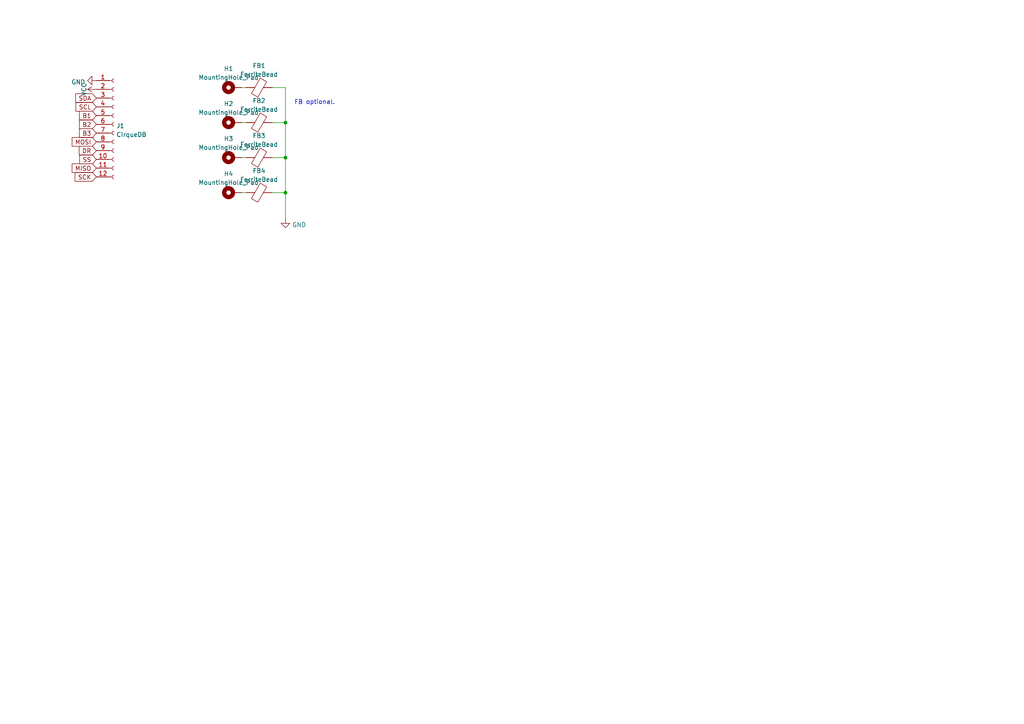
<source format=kicad_sch>
(kicad_sch (version 20211123) (generator eeschema)
  (paper "A4")
  (lib_symbols
    (symbol "Connector:Conn_01x12_Female" (pin_names (offset 1.016) hide)
      (property "Reference" "J" (at 0 15.24 0))
      (property "Value" "Conn_01x12_Female" (at 0 -17.78 0))
      (symbol "Conn_01x12_Female_1_1"
        (arc (start 0 -14.732) (mid -0.508 -15.24) (end 0 -15.748) (stroke (width 0.1524)))
        (arc (start 0 -12.192) (mid -0.508 -12.7) (end 0 -13.208) (stroke (width 0.1524)))
        (arc (start 0 -9.652) (mid -0.508 -10.16) (end 0 -10.668) (stroke (width 0.1524)))
        (arc (start 0 -7.112) (mid -0.508 -7.62) (end 0 -8.128) (stroke (width 0.1524)))
        (arc (start 0 -4.572) (mid -0.508 -5.08) (end 0 -5.588) (stroke (width 0.1524)))
        (arc (start 0 -2.032) (mid -0.508 -2.54) (end 0 -3.048) (stroke (width 0.1524)))
        (polyline (pts (xy -1.27 -15.24) (xy -0.508 -15.24)) (stroke (width 0.1524)))
        (polyline (pts (xy -1.27 -12.7) (xy -0.508 -12.7)) (stroke (width 0.1524)))
        (polyline (pts (xy -1.27 -10.16) (xy -0.508 -10.16)) (stroke (width 0.1524)))
        (polyline (pts (xy -1.27 -7.62) (xy -0.508 -7.62)) (stroke (width 0.1524)))
        (polyline (pts (xy -1.27 -5.08) (xy -0.508 -5.08)) (stroke (width 0.1524)))
        (polyline (pts (xy -1.27 -2.54) (xy -0.508 -2.54)) (stroke (width 0.1524)))
        (polyline (pts (xy -1.27 0) (xy -0.508 0)) (stroke (width 0.1524)))
        (polyline (pts (xy -1.27 2.54) (xy -0.508 2.54)) (stroke (width 0.1524)))
        (polyline (pts (xy -1.27 5.08) (xy -0.508 5.08)) (stroke (width 0.1524)))
        (polyline (pts (xy -1.27 7.62) (xy -0.508 7.62)) (stroke (width 0.1524)))
        (polyline (pts (xy -1.27 10.16) (xy -0.508 10.16)) (stroke (width 0.1524)))
        (polyline (pts (xy -1.27 12.7) (xy -0.508 12.7)) (stroke (width 0.1524)))
        (arc (start 0 0.508) (mid -0.508 0) (end 0 -0.508) (stroke (width 0.1524)))
        (arc (start 0 3.048) (mid -0.508 2.54) (end 0 2.032) (stroke (width 0.1524)))
        (arc (start 0 5.588) (mid -0.508 5.08) (end 0 4.572) (stroke (width 0.1524)))
        (arc (start 0 8.128) (mid -0.508 7.62) (end 0 7.112) (stroke (width 0.1524)))
        (arc (start 0 10.668) (mid -0.508 10.16) (end 0 9.652) (stroke (width 0.1524)))
        (arc (start 0 13.208) (mid -0.508 12.7) (end 0 12.192) (stroke (width 0.1524)))
        (pin passive line (at -5.08 12.7 0) (length 3.81) (name "Pin_1") (number "1"))
        (pin passive line (at -5.08 -10.16 0) (length 3.81) (name "Pin_10") (number "10"))
        (pin passive line (at -5.08 -12.7 0) (length 3.81) (name "Pin_11") (number "11"))
        (pin passive line (at -5.08 -15.24 0) (length 3.81) (name "Pin_12") (number "12"))
        (pin passive line (at -5.08 10.16 0) (length 3.81) (name "Pin_2") (number "2"))
        (pin passive line (at -5.08 7.62 0) (length 3.81) (name "Pin_3") (number "3"))
        (pin passive line (at -5.08 5.08 0) (length 3.81) (name "Pin_4") (number "4"))
        (pin passive line (at -5.08 2.54 0) (length 3.81) (name "Pin_5") (number "5"))
        (pin passive line (at -5.08 0 0) (length 3.81) (name "Pin_6") (number "6"))
        (pin passive line (at -5.08 -2.54 0) (length 3.81) (name "Pin_7") (number "7"))
        (pin passive line (at -5.08 -5.08 0) (length 3.81) (name "Pin_8") (number "8"))
        (pin passive line (at -5.08 -7.62 0) (length 3.81) (name "Pin_9") (number "9"))
      )
    )
    (symbol "Device:FerriteBead" (pin_numbers hide) (pin_names (offset 0))
      (property "Reference" "FB" (at -3.81 0.635 90))
      (property "Value" "FerriteBead" (at 3.81 0 90))
      (symbol "FerriteBead_0_1"
        (polyline (pts (xy 0 -1.27) (xy 0 -1.2192)))
        (polyline (pts (xy 0 1.27) (xy 0 1.2954)))
        (polyline (pts (xy -2.7686 0.4064) (xy -1.7018 2.2606) (xy 2.7686 -0.3048) (xy 1.6764 -2.159) (xy -2.7686 0.4064)))
      )
      (symbol "FerriteBead_1_1"
        (pin passive line (at 0 3.81 270) (length 2.54) (name "~") (number "1"))
        (pin passive line (at 0 -3.81 90) (length 2.54) (name "~") (number "2"))
      )
    )
    (symbol "Mechanical:MountingHole_Pad" (pin_numbers hide) (pin_names (offset 1.016) hide)
      (property "Reference" "H" (at 0 6.35 0))
      (property "Value" "MountingHole_Pad" (at 0 4.445 0))
      (symbol "MountingHole_Pad_0_1"
        (circle (center 0 1.27) (radius 1.27) (stroke (width 1.27)))
      )
      (symbol "MountingHole_Pad_1_1"
        (pin input line (at 0 -2.54 90) (length 2.54) (name "1") (number "1"))
      )
    )
    (symbol "power:GND" (power) (pin_names (offset 0))
      (property "Value" "GND" (at 0 -3.81 0))
      (symbol "GND_0_1"
        (polyline (pts (xy 0 0) (xy 0 -1.27) (xy 1.27 -1.27) (xy 0 -2.54) (xy -1.27 -1.27) (xy 0 -1.27)))
      )
      (symbol "GND_1_1"
        (pin power_in line (at 0 0 270) (length 0) hide (name "GND") (number "1"))
      )
    )
    (symbol "power:VCC" (power) (pin_names (offset 0))
      (property "Value" "VCC" (at 0 3.81 0))
      (symbol "VCC_0_1"
        (polyline (pts (xy -0.762 1.27) (xy 0 2.54)))
        (polyline (pts (xy 0 0) (xy 0 2.54)))
        (polyline (pts (xy 0 2.54) (xy 0.762 1.27)))
      )
      (symbol "VCC_1_1"
        (pin power_in line (at 0 0 90) (length 0) hide (name "VCC") (number "1"))
      )
    )
  )
  (junction (at 82.804 55.88))
  (junction (at 82.804 35.56))
  (junction (at 82.804 45.72))
  (wire (pts (xy 70.104 45.72) (xy 71.374 45.72)))
  (wire (pts (xy 70.104 55.88) (xy 71.374 55.88)))
  (wire (pts (xy 82.804 35.56) (xy 82.804 45.72)))
  (wire (pts (xy 82.804 25.4) (xy 82.804 35.56)))
  (wire (pts (xy 78.994 25.4) (xy 82.804 25.4)))
  (wire (pts (xy 82.804 45.72) (xy 82.804 55.88)))
  (wire (pts (xy 78.994 55.88) (xy 82.804 55.88)))
  (wire (pts (xy 82.804 55.88) (xy 82.804 63.5)))
  (wire (pts (xy 70.104 35.56) (xy 71.374 35.56)))
  (wire (pts (xy 70.104 25.4) (xy 71.374 25.4)))
  (wire (pts (xy 78.994 45.72) (xy 82.804 45.72)))
  (wire (pts (xy 78.994 35.56) (xy 82.804 35.56)))
  (text "FB optional." (at 85.344 30.48 0) (effects (font (size 1.27 1.27)) (justify left bottom)))
  (global_label "B1" (shape input) (at 27.94 33.528 180) (property "Intersheet References" "${INTERSHEET_REFS}" (effects hide)))
  (global_label "MOSI" (shape input) (at 27.94 41.148 180) (property "Intersheet References" "${INTERSHEET_REFS}" (effects hide)))
  (global_label "DR" (shape input) (at 27.94 43.688 180) (property "Intersheet References" "${INTERSHEET_REFS}" (effects hide)))
  (global_label "B3" (shape input) (at 27.94 38.608 180) (property "Intersheet References" "${INTERSHEET_REFS}" (effects hide)))
  (global_label "MISO" (shape input) (at 27.94 48.768 180) (property "Intersheet References" "${INTERSHEET_REFS}" (effects hide)))
  (global_label "B2" (shape input) (at 27.94 36.068 180) (property "Intersheet References" "${INTERSHEET_REFS}" (effects hide)))
  (global_label "SDA" (shape input) (at 27.94 28.448 180) (property "Intersheet References" "${INTERSHEET_REFS}" (effects hide)))
  (global_label "SCL" (shape input) (at 27.94 30.988 180) (property "Intersheet References" "${INTERSHEET_REFS}" (effects hide)))
  (global_label "SS" (shape input) (at 27.94 46.228 180) (property "Intersheet References" "${INTERSHEET_REFS}" (effects hide)))
  (global_label "SCK" (shape input) (at 27.94 51.308 180) (property "Intersheet References" "${INTERSHEET_REFS}" (effects hide)))
  (symbol (lib_id "Connector:Conn_01x12_Female") (at 33.02 36.068 0) (unit 1)
    (property "Reference" "J1" (at 33.7312 36.5033 0) (effects (justify left)))
    (property "Value" "CirqueDB" (at 33.7312 39.0402 0) (effects (justify left)))
    (property "Footprint" "prettylib:CirqueDB-BK" (effects hide))
  )
  (symbol (lib_id "Mechanical:MountingHole_Pad") (at 67.564 45.72 90) (unit 1)
    (property "Reference" "H3" (at 66.294 40.2422 90))
    (property "Value" "MountingHole_Pad" (at 66.294 42.7791 90))
    (property "Footprint" "MountingHole:MountingHole_3.2mm_M3_DIN965_Pad" (effects hide))
  )
  (symbol (lib_id "power:GND") (at 27.94 23.368 270) (unit 1)
    (property "Reference" "#PWR0104" (effects hide))
    (property "Value" "GND" (at 24.7651 23.8018 90) (effects (justify right)))
  )
  (symbol (lib_id "Mechanical:MountingHole_Pad") (at 67.564 25.4 90) (unit 1)
    (property "Reference" "H1" (at 66.294 19.9222 90))
    (property "Value" "MountingHole_Pad" (at 66.294 22.4591 90))
    (property "Footprint" "MountingHole:MountingHole_3.2mm_M3_DIN965_Pad" (effects hide))
  )
  (symbol (lib_id "Mechanical:MountingHole_Pad") (at 67.564 55.88 90) (unit 1)
    (property "Reference" "H4" (at 66.294 50.4022 90))
    (property "Value" "MountingHole_Pad" (at 66.294 52.9391 90))
    (property "Footprint" "MountingHole:MountingHole_3.2mm_M3_DIN965_Pad" (effects hide))
  )
  (symbol (lib_id "Device:FerriteBead") (at 75.184 35.56 90) (unit 1)
    (property "Reference" "FB2" (at 75.1332 29.2186 90))
    (property "Value" "FerriteBead" (at 75.1332 31.7555 90))
    (property "Footprint" "Inductor_SMD:L_0805_2012Metric_Pad1.15x1.40mm_HandSolder" (effects hide))
  )
  (symbol (lib_id "Device:FerriteBead") (at 75.184 45.72 90) (unit 1)
    (property "Reference" "FB3" (at 75.1332 39.3786 90))
    (property "Value" "FerriteBead" (at 75.1332 41.9155 90))
    (property "Footprint" "Inductor_SMD:L_0805_2012Metric_Pad1.15x1.40mm_HandSolder" (effects hide))
  )
  (symbol (lib_id "power:GND") (at 82.804 63.5 0) (unit 1)
    (property "Reference" "#PWR0107" (effects hide))
    (property "Value" "GND" (at 84.709 65.2038 0) (effects (justify left)))
  )
  (symbol (lib_id "Device:FerriteBead") (at 75.184 55.88 90) (unit 1)
    (property "Reference" "FB4" (at 75.1332 49.5386 90))
    (property "Value" "FerriteBead" (at 75.1332 52.0755 90))
    (property "Footprint" "Inductor_SMD:L_0805_2012Metric_Pad1.15x1.40mm_HandSolder" (effects hide))
  )
  (symbol (lib_id "Device:FerriteBead") (at 75.184 25.4 90) (unit 1)
    (property "Reference" "FB1" (at 75.1332 19.0586 90))
    (property "Value" "FerriteBead" (at 75.1332 21.5955 90))
    (property "Footprint" "Inductor_SMD:L_0805_2012Metric_Pad1.15x1.40mm_HandSolder" (effects hide))
  )
  (symbol (lib_id "Mechanical:MountingHole_Pad") (at 67.564 35.56 90) (unit 1)
    (property "Reference" "H2" (at 66.294 30.0822 90))
    (property "Value" "MountingHole_Pad" (at 66.294 32.6191 90))
    (property "Footprint" "MountingHole:MountingHole_3.2mm_M3_DIN965_Pad" (effects hide))
  )
  (symbol (lib_id "power:VCC") (at 27.94 25.908 90) (unit 1)
    (property "Reference" "#PWR0103" (effects hide))
    (property "Value" "VCC" (at 24.3642 25.908 0))
  )
)
</source>
